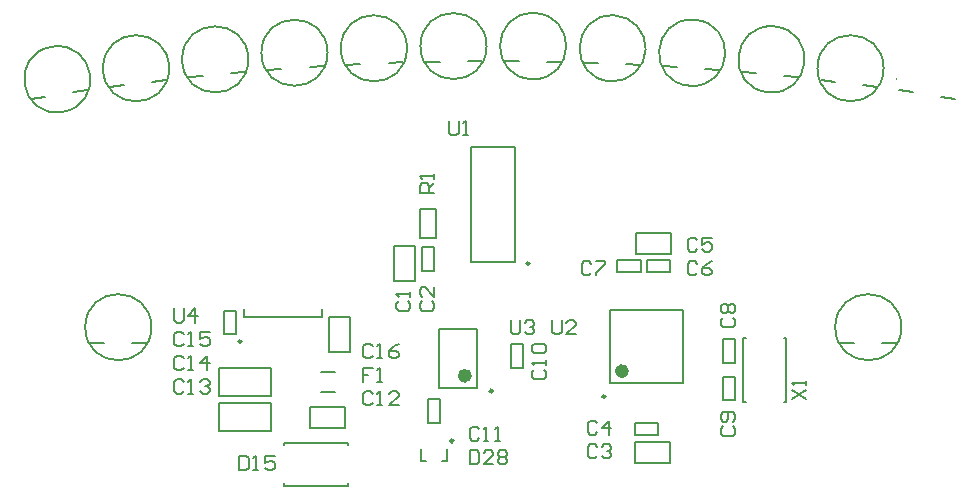
<source format=gto>
G04 Layer_Color=65535*
%FSLAX25Y25*%
%MOIN*%
G70*
G01*
G75*
%ADD27C,0.00787*%
%ADD40C,0.00984*%
%ADD41C,0.02362*%
D27*
X65580Y161651D02*
G03*
X65580Y161651I744J10999D01*
G01*
X91718Y159460D02*
G03*
X91718Y159460I1045J10974D01*
G01*
X130153Y167481D02*
G03*
X130153Y167481I-11024J0D01*
G01*
X134380Y163850D02*
G03*
X134380Y163850I11023J-57D01*
G01*
X-113927Y81149D02*
G03*
X-113927Y81149I-11024J0D01*
G01*
X136073D02*
G03*
X136073Y81149I-11024J0D01*
G01*
X39392Y163110D02*
G03*
X39392Y163110I443J11015D01*
G01*
X13172Y163838D02*
G03*
X13172Y163838I142J11023D01*
G01*
X-2193Y174861D02*
G03*
X-2193Y174861I-11024J0D01*
G01*
X-28713Y174125D02*
G03*
X-28713Y174125I-11024J0D01*
G01*
X-55203Y172649D02*
G03*
X-55203Y172649I-11024J0D01*
G01*
X-81642Y170434D02*
G03*
X-81642Y170434I-11024J0D01*
G01*
X-108008Y167481D02*
G03*
X-108008Y167481I-11024J0D01*
G01*
X-143688Y152889D02*
G03*
X-143688Y152889I-1617J10904D01*
G01*
X38976Y62598D02*
X63386D01*
X38976Y87008D02*
X63386D01*
X38976Y62598D02*
Y87008D01*
X63386Y62598D02*
Y87008D01*
X7283Y102756D02*
Y141339D01*
X-7283Y102756D02*
Y141339D01*
Y102756D02*
X7283D01*
X-7283Y141339D02*
X7283D01*
X70693Y167224D02*
X75406Y166904D01*
X56552Y168181D02*
X61265Y167861D01*
X96981Y164891D02*
X101684Y164443D01*
X82872Y166234D02*
X87575Y165786D01*
X123195Y161825D02*
X127884Y161249D01*
X109127Y163553D02*
X113816Y162977D01*
X149312Y158028D02*
X153984Y157324D01*
X135297Y160141D02*
X139969Y159436D01*
X-134400Y76031D02*
X-129675D01*
X-120227D02*
X-115502Y76031D01*
X129773Y76031D02*
X134498Y76031D01*
X115600D02*
X120325D01*
X47244Y42913D02*
X59055D01*
X47244Y35827D02*
X59055D01*
X47244D02*
Y42913D01*
X59055Y35827D02*
Y42913D01*
X47244Y49213D02*
X55118D01*
Y45276D02*
Y49213D01*
X47244Y45276D02*
X55118D01*
X47244D02*
Y49213D01*
X47638Y105512D02*
X59449D01*
X47638Y112598D02*
X59449D01*
Y105512D02*
Y112598D01*
X47638Y105512D02*
Y112598D01*
X51181Y99606D02*
X59055D01*
X51181D02*
Y103543D01*
X59055D01*
Y99606D02*
Y103543D01*
X41339Y99606D02*
X49213D01*
X41339D02*
Y103543D01*
X49213D01*
Y99606D02*
Y103543D01*
X76772Y69252D02*
Y77126D01*
X80709D01*
Y69252D02*
Y77126D01*
X76772Y69252D02*
X80709D01*
Y56732D02*
Y64606D01*
X76772Y56732D02*
X80709D01*
X76772D02*
Y64606D01*
X80709D01*
X9843Y67716D02*
Y75590D01*
X5906Y67716D02*
X9843D01*
X5906D02*
Y75590D01*
X9843D01*
X-17717Y49213D02*
Y57087D01*
X-21654Y49213D02*
X-17717D01*
X-21654D02*
Y57087D01*
X-17717D01*
X-61024Y47638D02*
X-49213D01*
X-61024Y54724D02*
X-49213D01*
Y47638D02*
Y54724D01*
X-61024Y47638D02*
Y54724D01*
X-91339Y55905D02*
X-74016D01*
Y46457D02*
Y55905D01*
X-91339Y46457D02*
X-74016D01*
X-91339D02*
Y55905D01*
Y67716D02*
X-74016D01*
Y58268D02*
Y67716D01*
X-91339Y58268D02*
X-74016D01*
X-91339D02*
Y67716D01*
X-85827Y78740D02*
Y86614D01*
X-89764Y78740D02*
X-85827D01*
X-89764D02*
Y86614D01*
X-85827D01*
X-47638Y72835D02*
Y84646D01*
X-54724Y72835D02*
Y84646D01*
X-47638D01*
X-54724Y72835D02*
X-47638D01*
X-15354Y36713D02*
Y40650D01*
X-16929Y36713D02*
X-15354D01*
X-24016D02*
Y40650D01*
Y36713D02*
X-22441D01*
X-57480Y59646D02*
X-52756D01*
X-57480Y66339D02*
X-52756D01*
X97736Y56201D02*
Y77658D01*
X83366Y56201D02*
Y77658D01*
X96850D02*
X97736D01*
X83366D02*
X84252D01*
X96850Y56201D02*
X97736D01*
X83366D02*
X84252D01*
X-69784Y42618D02*
X-48327D01*
X-69784Y28248D02*
X-48327D01*
X-69784Y41732D02*
Y42618D01*
Y28248D02*
Y29134D01*
X-48327Y41732D02*
Y42618D01*
Y28248D02*
Y29134D01*
X-33071Y96457D02*
X-25984D01*
X-33071Y108268D02*
X-25984D01*
X-33071Y96457D02*
Y108268D01*
X-25984Y96457D02*
Y108268D01*
X-23622Y107874D02*
X-19685D01*
X-23622Y100000D02*
Y107874D01*
Y100000D02*
X-19685D01*
Y107874D01*
X-18898Y111024D02*
Y120472D01*
X-24409Y111024D02*
X-18898D01*
X-24409D02*
Y120472D01*
X-18898D01*
X30188Y169391D02*
X34909Y169201D01*
X44350Y168821D02*
X49070Y168631D01*
X3800Y169865D02*
X8524Y169804D01*
X17972Y169682D02*
X22696Y169621D01*
X-22590Y169607D02*
X-17866Y169675D01*
X-8418Y169811D02*
X-3695Y169880D01*
X-48964Y168617D02*
X-44243Y168814D01*
X-34803Y169209D02*
X-30082Y169406D01*
X-61160Y167869D02*
X-56447Y168196D01*
X-75300Y166891D02*
X-70586Y167217D01*
X-87470Y165794D02*
X-82767Y166249D01*
X-101577Y164429D02*
X-96875Y164884D01*
X-113711Y162985D02*
X-109023Y163569D01*
X-127776Y161235D02*
X-123088Y161819D01*
X-139881Y159423D02*
X-135208Y160116D01*
X-153901Y157344D02*
X-149228Y158037D01*
X-5512Y61024D02*
Y80709D01*
X-18110Y61024D02*
Y80709D01*
Y61024D02*
X-5512D01*
X-18110Y80709D02*
X-5512D01*
X-83071Y84449D02*
Y87205D01*
Y84449D02*
X-57087D01*
Y87205D01*
X19685Y83463D02*
Y79527D01*
X20472Y78740D01*
X22047D01*
X22834Y79527D01*
Y83463D01*
X27556Y78740D02*
X24408D01*
X27556Y81889D01*
Y82676D01*
X26769Y83463D01*
X25195D01*
X24408Y82676D01*
X-19685Y125984D02*
X-24408D01*
Y128346D01*
X-23621Y129133D01*
X-22047D01*
X-21259Y128346D01*
Y125984D01*
Y127559D02*
X-19685Y129133D01*
Y130707D02*
Y132281D01*
Y131494D01*
X-24408D01*
X-23621Y130707D01*
Y89763D02*
X-24408Y88976D01*
Y87401D01*
X-23621Y86614D01*
X-20472D01*
X-19685Y87401D01*
Y88976D01*
X-20472Y89763D01*
X-19685Y94486D02*
Y91337D01*
X-22834Y94486D01*
X-23621D01*
X-24408Y93699D01*
Y92124D01*
X-23621Y91337D01*
X-31495Y89763D02*
X-32282Y88976D01*
Y87401D01*
X-31495Y86614D01*
X-28346D01*
X-27559Y87401D01*
Y88976D01*
X-28346Y89763D01*
X-27559Y91337D02*
Y92911D01*
Y92124D01*
X-32282D01*
X-31495Y91337D01*
X-84646Y38187D02*
Y33465D01*
X-82284D01*
X-81497Y34252D01*
Y37400D01*
X-82284Y38187D01*
X-84646D01*
X-79923Y33465D02*
X-78348D01*
X-79136D01*
Y38187D01*
X-79923Y37400D01*
X-72838Y38187D02*
X-75987D01*
Y35826D01*
X-74413Y36613D01*
X-73626D01*
X-72838Y35826D01*
Y34252D01*
X-73626Y33465D01*
X-75200D01*
X-75987Y34252D01*
X99608Y57087D02*
X104331Y60235D01*
X99608D02*
X104331Y57087D01*
Y61809D02*
Y63384D01*
Y62597D01*
X99608D01*
X100395Y61809D01*
X-106299Y87400D02*
Y83464D01*
X-105512Y82677D01*
X-103938D01*
X-103151Y83464D01*
Y87400D01*
X-99215Y82677D02*
Y87400D01*
X-101576Y85039D01*
X-98428D01*
X5906Y83463D02*
Y79527D01*
X6693Y78740D01*
X8267D01*
X9054Y79527D01*
Y83463D01*
X10628Y82676D02*
X11416Y83463D01*
X12990D01*
X13777Y82676D01*
Y81889D01*
X12990Y81102D01*
X12203D01*
X12990D01*
X13777Y80314D01*
Y79527D01*
X12990Y78740D01*
X11416D01*
X10628Y79527D01*
X-40159Y67715D02*
X-43307D01*
Y65354D01*
X-41733D01*
X-43307D01*
Y62992D01*
X-38584D02*
X-37010D01*
X-37797D01*
Y67715D01*
X-38584Y66928D01*
X-7874Y40156D02*
Y35433D01*
X-5513D01*
X-4725Y36220D01*
Y39369D01*
X-5513Y40156D01*
X-7874D01*
X-2Y35433D02*
X-3151D01*
X-2Y38582D01*
Y39369D01*
X-790Y40156D01*
X-2364D01*
X-3151Y39369D01*
X1572D02*
X2359Y40156D01*
X3933D01*
X4720Y39369D01*
Y38582D01*
X3933Y37795D01*
X4720Y37007D01*
Y36220D01*
X3933Y35433D01*
X2359D01*
X1572Y36220D01*
Y37007D01*
X2359Y37795D01*
X1572Y38582D01*
Y39369D01*
X2359Y37795D02*
X3933D01*
X-40159Y74802D02*
X-40946Y75589D01*
X-42520D01*
X-43307Y74802D01*
Y71653D01*
X-42520Y70866D01*
X-40946D01*
X-40159Y71653D01*
X-38584Y70866D02*
X-37010D01*
X-37797D01*
Y75589D01*
X-38584Y74802D01*
X-31500Y75589D02*
X-33074Y74802D01*
X-34648Y73228D01*
Y71653D01*
X-33861Y70866D01*
X-32287D01*
X-31500Y71653D01*
Y72440D01*
X-32287Y73228D01*
X-34648D01*
X-103151Y78739D02*
X-103938Y79526D01*
X-105512D01*
X-106299Y78739D01*
Y75590D01*
X-105512Y74803D01*
X-103938D01*
X-103151Y75590D01*
X-101576Y74803D02*
X-100002D01*
X-100789D01*
Y79526D01*
X-101576Y78739D01*
X-94492Y79526D02*
X-97641D01*
Y77165D01*
X-96066Y77952D01*
X-95279D01*
X-94492Y77165D01*
Y75590D01*
X-95279Y74803D01*
X-96853D01*
X-97641Y75590D01*
X-103151Y70865D02*
X-103938Y71652D01*
X-105512D01*
X-106299Y70865D01*
Y67716D01*
X-105512Y66929D01*
X-103938D01*
X-103151Y67716D01*
X-101576Y66929D02*
X-100002D01*
X-100789D01*
Y71652D01*
X-101576Y70865D01*
X-95279Y66929D02*
Y71652D01*
X-97641Y69291D01*
X-94492D01*
X-103151Y62991D02*
X-103938Y63778D01*
X-105512D01*
X-106299Y62991D01*
Y59842D01*
X-105512Y59055D01*
X-103938D01*
X-103151Y59842D01*
X-101576Y59055D02*
X-100002D01*
X-100789D01*
Y63778D01*
X-101576Y62991D01*
X-97641D02*
X-96853Y63778D01*
X-95279D01*
X-94492Y62991D01*
Y62204D01*
X-95279Y61417D01*
X-96066D01*
X-95279D01*
X-94492Y60629D01*
Y59842D01*
X-95279Y59055D01*
X-96853D01*
X-97641Y59842D01*
X-40159Y59054D02*
X-40946Y59841D01*
X-42520D01*
X-43307Y59054D01*
Y55905D01*
X-42520Y55118D01*
X-40946D01*
X-40159Y55905D01*
X-38584Y55118D02*
X-37010D01*
X-37797D01*
Y59841D01*
X-38584Y59054D01*
X-31500Y55118D02*
X-34648D01*
X-31500Y58267D01*
Y59054D01*
X-32287Y59841D01*
X-33861D01*
X-34648Y59054D01*
X-4725Y47243D02*
X-5513Y48030D01*
X-7087D01*
X-7874Y47243D01*
Y44094D01*
X-7087Y43307D01*
X-5513D01*
X-4725Y44094D01*
X-3151Y43307D02*
X-1577D01*
X-2364D01*
Y48030D01*
X-3151Y47243D01*
X785Y43307D02*
X2359D01*
X1572D01*
Y48030D01*
X785Y47243D01*
X13781Y66928D02*
X12994Y66141D01*
Y64567D01*
X13781Y63779D01*
X16929D01*
X17717Y64567D01*
Y66141D01*
X16929Y66928D01*
X17717Y68502D02*
Y70077D01*
Y69290D01*
X12994D01*
X13781Y68502D01*
Y72438D02*
X12994Y73225D01*
Y74800D01*
X13781Y75587D01*
X16929D01*
X17717Y74800D01*
Y73225D01*
X16929Y72438D01*
X13781D01*
X76773Y48070D02*
X75986Y47283D01*
Y45708D01*
X76773Y44921D01*
X79922D01*
X80709Y45708D01*
Y47283D01*
X79922Y48070D01*
Y49644D02*
X80709Y50431D01*
Y52006D01*
X79922Y52793D01*
X76773D01*
X75986Y52006D01*
Y50431D01*
X76773Y49644D01*
X77560D01*
X78347Y50431D01*
Y52793D01*
X76773Y84212D02*
X75986Y83424D01*
Y81850D01*
X76773Y81063D01*
X79922D01*
X80709Y81850D01*
Y83424D01*
X79922Y84212D01*
X76773Y85786D02*
X75986Y86573D01*
Y88147D01*
X76773Y88934D01*
X77560D01*
X78347Y88147D01*
X79134Y88934D01*
X79922D01*
X80709Y88147D01*
Y86573D01*
X79922Y85786D01*
X79134D01*
X78347Y86573D01*
X77560Y85786D01*
X76773D01*
X78347Y86573D02*
Y88147D01*
X32676Y102361D02*
X31889Y103148D01*
X30315D01*
X29528Y102361D01*
Y99212D01*
X30315Y98425D01*
X31889D01*
X32676Y99212D01*
X34250Y103148D02*
X37399D01*
Y102361D01*
X34250Y99212D01*
Y98425D01*
X68109Y102361D02*
X67322Y103148D01*
X65748D01*
X64961Y102361D01*
Y99212D01*
X65748Y98425D01*
X67322D01*
X68109Y99212D01*
X72832Y103148D02*
X71258Y102361D01*
X69683Y100787D01*
Y99212D01*
X70471Y98425D01*
X72045D01*
X72832Y99212D01*
Y99999D01*
X72045Y100787D01*
X69683D01*
X68109Y110235D02*
X67322Y111022D01*
X65748D01*
X64961Y110235D01*
Y107086D01*
X65748Y106299D01*
X67322D01*
X68109Y107086D01*
X72832Y111022D02*
X69683D01*
Y108661D01*
X71258Y109448D01*
X72045D01*
X72832Y108661D01*
Y107086D01*
X72045Y106299D01*
X70471D01*
X69683Y107086D01*
X34645Y49211D02*
X33858Y49999D01*
X32283D01*
X31496Y49211D01*
Y46063D01*
X32283Y45276D01*
X33858D01*
X34645Y46063D01*
X38580Y45276D02*
Y49999D01*
X36219Y47637D01*
X39367D01*
X34645Y41337D02*
X33858Y42125D01*
X32283D01*
X31496Y41337D01*
Y38189D01*
X32283Y37402D01*
X33858D01*
X34645Y38189D01*
X36219Y41337D02*
X37006Y42125D01*
X38580D01*
X39367Y41337D01*
Y40550D01*
X38580Y39763D01*
X37793D01*
X38580D01*
X39367Y38976D01*
Y38189D01*
X38580Y37402D01*
X37006D01*
X36219Y38189D01*
X-14667Y149925D02*
Y145989D01*
X-13880Y145202D01*
X-12306D01*
X-11518Y145989D01*
Y149925D01*
X-9944Y145202D02*
X-8370D01*
X-9157D01*
Y149925D01*
X-9944Y149137D01*
D40*
X37402Y58071D02*
G03*
X37402Y58071I-492J0D01*
G01*
X12106Y102362D02*
G03*
X12106Y102362I-492J0D01*
G01*
X-13287Y43307D02*
G03*
X-13287Y43307I-492J0D01*
G01*
X-197Y59921D02*
G03*
X-197Y59921I-492J0D01*
G01*
X-83878Y76378D02*
G03*
X-83878Y76378I-492J0D01*
G01*
D41*
X44094Y66535D02*
G03*
X44094Y66535I-1181J0D01*
G01*
X-8268Y64961D02*
G03*
X-8268Y64961I-1181J0D01*
G01*
M02*

</source>
